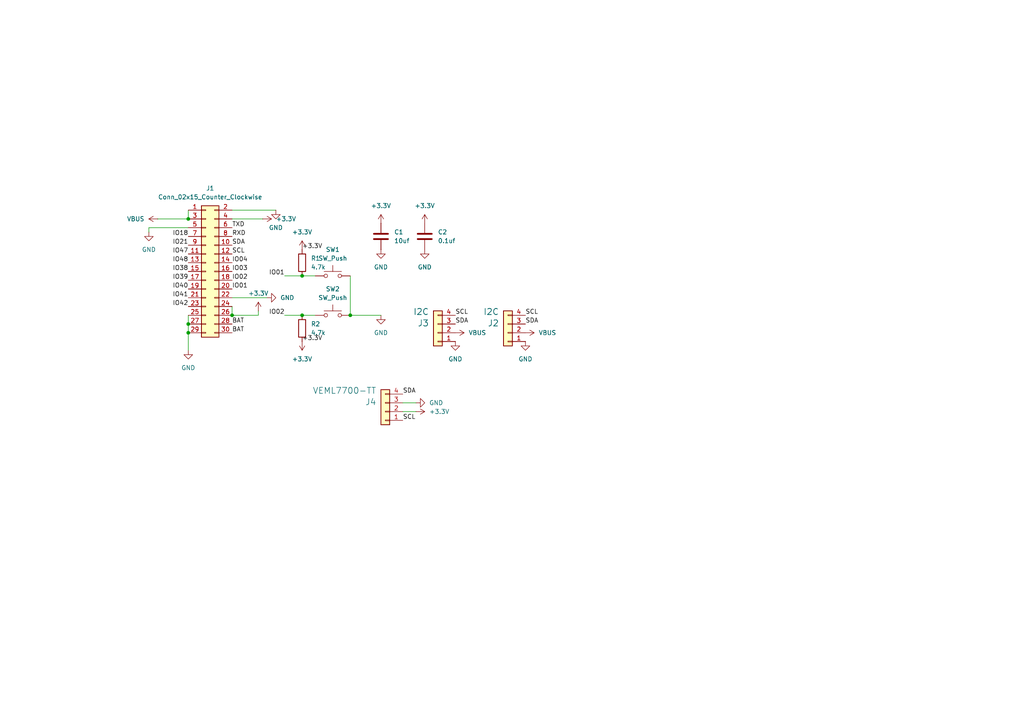
<source format=kicad_sch>
(kicad_sch (version 20231120) (generator "eeschema") (generator_version "8.0")
  (paper "A4")
  (lib_symbols
    (symbol "Connector_Generic:Conn_01x04" (pin_names (offset 1.016) hide)
      (property "Reference" "J" (at 0 5.08 0))
      (property "Value" "Conn_01x04" (at 0 -7.62 0))
      (symbol "Conn_01x04_1_1"
        (rectangle (start -1.27 -4.953) (end 0 -5.207) (stroke (width 0.1524)))
        (rectangle (start -1.27 -2.413) (end 0 -2.667) (stroke (width 0.1524)))
        (rectangle (start -1.27 0.127) (end 0 -0.127) (stroke (width 0.1524)))
        (rectangle (start -1.27 2.667) (end 0 2.413) (stroke (width 0.1524)))
        (rectangle (start -1.27 3.81) (end 1.27 -6.35) (stroke (width 0.254)) (fill (type background)))
        (pin passive line (at -5.08 2.54 0) (length 3.81) (name "Pin_1") (number "1"))
        (pin passive line (at -5.08 0 0) (length 3.81) (name "Pin_2") (number "2"))
        (pin passive line (at -5.08 -2.54 0) (length 3.81) (name "Pin_3") (number "3"))
        (pin passive line (at -5.08 -5.08 0) (length 3.81) (name "Pin_4") (number "4"))
      )
    )
    (symbol "Connector_Generic:Conn_02x15_Odd_Even" (pin_names (offset 1.016) hide)
      (property "Reference" "J" (at 1.27 20.32 0))
      (property "Value" "Conn_02x15_Odd_Even" (at 1.27 -20.32 0))
      (symbol "Conn_02x15_Odd_Even_1_1"
        (rectangle (start -1.27 -17.653) (end 0 -17.907) (stroke (width 0.1524)))
        (rectangle (start -1.27 -15.113) (end 0 -15.367) (stroke (width 0.1524)))
        (rectangle (start -1.27 -12.573) (end 0 -12.827) (stroke (width 0.1524)))
        (rectangle (start -1.27 -10.033) (end 0 -10.287) (stroke (width 0.1524)))
        (rectangle (start -1.27 -7.493) (end 0 -7.747) (stroke (width 0.1524)))
        (rectangle (start -1.27 -4.953) (end 0 -5.207) (stroke (width 0.1524)))
        (rectangle (start -1.27 -2.413) (end 0 -2.667) (stroke (width 0.1524)))
        (rectangle (start -1.27 0.127) (end 0 -0.127) (stroke (width 0.1524)))
        (rectangle (start -1.27 2.667) (end 0 2.413) (stroke (width 0.1524)))
        (rectangle (start -1.27 5.207) (end 0 4.953) (stroke (width 0.1524)))
        (rectangle (start -1.27 7.747) (end 0 7.493) (stroke (width 0.1524)))
        (rectangle (start -1.27 10.287) (end 0 10.033) (stroke (width 0.1524)))
        (rectangle (start -1.27 12.827) (end 0 12.573) (stroke (width 0.1524)))
        (rectangle (start -1.27 15.367) (end 0 15.113) (stroke (width 0.1524)))
        (rectangle (start -1.27 17.907) (end 0 17.653) (stroke (width 0.1524)))
        (rectangle (start -1.27 19.05) (end 3.81 -19.05) (stroke (width 0.254)) (fill (type background)))
        (rectangle (start 3.81 -17.653) (end 2.54 -17.907) (stroke (width 0.1524)))
        (rectangle (start 3.81 -15.113) (end 2.54 -15.367) (stroke (width 0.1524)))
        (rectangle (start 3.81 -12.573) (end 2.54 -12.827) (stroke (width 0.1524)))
        (rectangle (start 3.81 -10.033) (end 2.54 -10.287) (stroke (width 0.1524)))
        (rectangle (start 3.81 -7.493) (end 2.54 -7.747) (stroke (width 0.1524)))
        (rectangle (start 3.81 -4.953) (end 2.54 -5.207) (stroke (width 0.1524)))
        (rectangle (start 3.81 -2.413) (end 2.54 -2.667) (stroke (width 0.1524)))
        (rectangle (start 3.81 0.127) (end 2.54 -0.127) (stroke (width 0.1524)))
        (rectangle (start 3.81 2.667) (end 2.54 2.413) (stroke (width 0.1524)))
        (rectangle (start 3.81 5.207) (end 2.54 4.953) (stroke (width 0.1524)))
        (rectangle (start 3.81 7.747) (end 2.54 7.493) (stroke (width 0.1524)))
        (rectangle (start 3.81 10.287) (end 2.54 10.033) (stroke (width 0.1524)))
        (rectangle (start 3.81 12.827) (end 2.54 12.573) (stroke (width 0.1524)))
        (rectangle (start 3.81 15.367) (end 2.54 15.113) (stroke (width 0.1524)))
        (rectangle (start 3.81 17.907) (end 2.54 17.653) (stroke (width 0.1524)))
        (pin passive line (at -5.08 17.78 0) (length 3.81) (name "Pin_1") (number "1"))
        (pin passive line (at 7.62 7.62 180) (length 3.81) (name "Pin_10") (number "10"))
        (pin passive line (at -5.08 5.08 0) (length 3.81) (name "Pin_11") (number "11"))
        (pin passive line (at 7.62 5.08 180) (length 3.81) (name "Pin_12") (number "12"))
        (pin passive line (at -5.08 2.54 0) (length 3.81) (name "Pin_13") (number "13"))
        (pin passive line (at 7.62 2.54 180) (length 3.81) (name "Pin_14") (number "14"))
        (pin passive line (at -5.08 0 0) (length 3.81) (name "Pin_15") (number "15"))
        (pin passive line (at 7.62 0 180) (length 3.81) (name "Pin_16") (number "16"))
        (pin passive line (at -5.08 -2.54 0) (length 3.81) (name "Pin_17") (number "17"))
        (pin passive line (at 7.62 -2.54 180) (length 3.81) (name "Pin_18") (number "18"))
        (pin passive line (at -5.08 -5.08 0) (length 3.81) (name "Pin_19") (number "19"))
        (pin passive line (at 7.62 17.78 180) (length 3.81) (name "Pin_2") (number "2"))
        (pin passive line (at 7.62 -5.08 180) (length 3.81) (name "Pin_20") (number "20"))
        (pin passive line (at -5.08 -7.62 0) (length 3.81) (name "Pin_21") (number "21"))
        (pin passive line (at 7.62 -7.62 180) (length 3.81) (name "Pin_22") (number "22"))
        (pin passive line (at -5.08 -10.16 0) (length 3.81) (name "Pin_23") (number "23"))
        (pin passive line (at 7.62 -10.16 180) (length 3.81) (name "Pin_24") (number "24"))
        (pin passive line (at -5.08 -12.7 0) (length 3.81) (name "Pin_25") (number "25"))
        (pin passive line (at 7.62 -12.7 180) (length 3.81) (name "Pin_26") (number "26"))
        (pin passive line (at -5.08 -15.24 0) (length 3.81) (name "Pin_27") (number "27"))
        (pin passive line (at 7.62 -15.24 180) (length 3.81) (name "Pin_28") (number "28"))
        (pin passive line (at -5.08 -17.78 0) (length 3.81) (name "Pin_29") (number "29"))
        (pin passive line (at -5.08 15.24 0) (length 3.81) (name "Pin_3") (number "3"))
        (pin passive line (at 7.62 -17.78 180) (length 3.81) (name "Pin_30") (number "30"))
        (pin passive line (at 7.62 15.24 180) (length 3.81) (name "Pin_4") (number "4"))
        (pin passive line (at -5.08 12.7 0) (length 3.81) (name "Pin_5") (number "5"))
        (pin passive line (at 7.62 12.7 180) (length 3.81) (name "Pin_6") (number "6"))
        (pin passive line (at -5.08 10.16 0) (length 3.81) (name "Pin_7") (number "7"))
        (pin passive line (at 7.62 10.16 180) (length 3.81) (name "Pin_8") (number "8"))
        (pin passive line (at -5.08 7.62 0) (length 3.81) (name "Pin_9") (number "9"))
      )
    )
    (symbol "Device:C" (pin_numbers hide) (pin_names (offset 0.254))
      (property "Reference" "C" (at 0.635 2.54 0))
      (property "Value" "C" (at 0.635 -2.54 0))
      (symbol "C_0_1"
        (polyline (pts (xy -2.032 -0.762) (xy 2.032 -0.762)) (stroke (width 0.508)))
        (polyline (pts (xy -2.032 0.762) (xy 2.032 0.762)) (stroke (width 0.508)))
      )
      (symbol "C_1_1"
        (pin passive line (at 0 3.81 270) (length 2.794) (name "~") (number "1"))
        (pin passive line (at 0 -3.81 90) (length 2.794) (name "~") (number "2"))
      )
    )
    (symbol "Device:R" (pin_numbers hide) (pin_names (offset 0))
      (property "Reference" "R" (at 2.032 0 90))
      (property "Value" "R" (at 0 0 90))
      (symbol "R_0_1"
        (rectangle (start -1.016 -2.54) (end 1.016 2.54) (stroke (width 0.254)))
      )
      (symbol "R_1_1"
        (pin passive line (at 0 3.81 270) (length 1.27) (name "~") (number "1"))
        (pin passive line (at 0 -3.81 90) (length 1.27) (name "~") (number "2"))
      )
    )
    (symbol "Switch:SW_Push" (pin_numbers hide) (pin_names (offset 1.016) hide)
      (property "Reference" "SW" (at 1.27 2.54 0))
      (property "Value" "SW_Push" (at 0 -1.524 0))
      (symbol "SW_Push_0_1"
        (circle (center -2.032 0) (radius 0.508))
        (polyline (pts (xy 0 1.27) (xy 0 3.048)))
        (polyline (pts (xy 2.54 1.27) (xy -2.54 1.27)))
        (circle (center 2.032 0) (radius 0.508))
        (pin passive line (at -5.08 0 0) (length 2.54) (name "1") (number "1"))
        (pin passive line (at 5.08 0 180) (length 2.54) (name "2") (number "2"))
      )
    )
    (symbol "power:+3.3V" (power) (pin_numbers hide) (pin_names (offset 0) hide)
      (property "Value" "+3.3V" (at 0 3.556 0))
      (symbol "+3.3V_0_1"
        (polyline (pts (xy -0.762 1.27) (xy 0 2.54)))
        (polyline (pts (xy 0 0) (xy 0 2.54)))
        (polyline (pts (xy 0 2.54) (xy 0.762 1.27)))
      )
      (symbol "+3.3V_1_1"
        (pin power_in line (at 0 0 90) (length 0) (name "~") (number "1"))
      )
    )
    (symbol "power:GND" (power) (pin_numbers hide) (pin_names (offset 0) hide)
      (property "Value" "GND" (at 0 -3.81 0))
      (symbol "GND_0_1"
        (polyline (pts (xy 0 0) (xy 0 -1.27) (xy 1.27 -1.27) (xy 0 -2.54) (xy -1.27 -1.27) (xy 0 -1.27)))
      )
      (symbol "GND_1_1"
        (pin power_in line (at 0 0 270) (length 0) (name "~") (number "1"))
      )
    )
    (symbol "power:VBUS" (power) (pin_numbers hide) (pin_names (offset 0) hide)
      (property "Value" "VBUS" (at 0 3.556 0))
      (symbol "VBUS_0_1"
        (polyline (pts (xy -0.762 1.27) (xy 0 2.54)))
        (polyline (pts (xy 0 0) (xy 0 2.54)))
        (polyline (pts (xy 0 2.54) (xy 0.762 1.27)))
      )
      (symbol "VBUS_1_1"
        (pin power_in line (at 0 0 90) (length 0) (name "~") (number "1"))
      )
    )
  )
  (junction (at 54.61 63.5))
  (junction (at 101.6 91.44))
  (junction (at 54.61 93.98))
  (junction (at 54.61 96.52))
  (junction (at 67.31 91.44))
  (junction (at 87.63 80.01))
  (junction (at 87.63 91.44))
  (wire (pts (xy 54.61 60.96) (xy 54.61 63.5)))
  (wire (pts (xy 116.84 116.84) (xy 120.65 116.84)))
  (wire (pts (xy 87.63 80.01) (xy 91.44 80.01)))
  (wire (pts (xy 82.55 80.01) (xy 87.63 80.01)))
  (wire (pts (xy 67.31 86.36) (xy 77.47 86.36)))
  (wire (pts (xy 67.31 60.96) (xy 80.01 60.96)))
  (wire (pts (xy 82.55 91.44) (xy 87.63 91.44)))
  (wire (pts (xy 43.18 66.04) (xy 43.18 67.31)))
  (wire (pts (xy 67.31 91.44) (xy 74.93 91.44)))
  (wire (pts (xy 54.61 93.98) (xy 54.61 96.52)))
  (wire (pts (xy 101.6 91.44) (xy 110.49 91.44)))
  (wire (pts (xy 54.61 96.52) (xy 54.61 101.6)))
  (wire (pts (xy 101.6 80.01) (xy 101.6 91.44)))
  (wire (pts (xy 54.61 91.44) (xy 54.61 93.98)))
  (wire (pts (xy 54.61 63.5) (xy 45.72 63.5)))
  (wire (pts (xy 67.31 88.9) (xy 67.31 91.44)))
  (wire (pts (xy 87.63 91.44) (xy 91.44 91.44)))
  (wire (pts (xy 74.93 90.17) (xy 74.93 91.44)))
  (wire (pts (xy 116.84 119.38) (xy 120.65 119.38)))
  (wire (pts (xy 67.31 63.5) (xy 76.2 63.5)))
  (wire (pts (xy 54.61 66.04) (xy 43.18 66.04)))
  (label "+3.3V" (at 87.63 72.39 0))
  (label "IO42" (at 54.61 88.9 180))
  (label "TXD" (at 67.31 66.04 0))
  (label "+3.3V" (at 87.63 99.06 0))
  (label "SCL" (at 132.08 91.44 0))
  (label "SCL" (at 152.4 91.44 0))
  (label "SDA" (at 116.84 114.3 0))
  (label "IO18" (at 54.61 68.58 180))
  (label "SCL" (at 116.84 121.92 0))
  (label "BAT" (at 67.31 96.52 0))
  (label "IO48" (at 54.61 76.2 180))
  (label "IO39" (at 54.61 81.28 180))
  (label "SCL" (at 67.31 73.66 0))
  (label "IO03" (at 67.31 78.74 0))
  (label "IO21" (at 54.61 71.12 180))
  (label "IO01" (at 67.31 83.82 0))
  (label "BAT" (at 67.31 93.98 0))
  (label "IO01" (at 82.55 80.01 180))
  (label "IO41" (at 54.61 86.36 180))
  (label "IO02" (at 67.31 81.28 0))
  (label "IO02" (at 82.55 91.44 180))
  (label "RXD" (at 67.31 68.58 0))
  (label "SDA" (at 132.08 93.98 0))
  (label "IO47" (at 54.61 73.66 180))
  (label "SDA" (at 67.31 71.12 0))
  (label "IO38" (at 54.61 78.74 180))
  (label "SDA" (at 152.4 93.98 0))
  (label "IO40" (at 54.61 83.82 180))
  (label "IO04" (at 67.31 76.2 0))
  (symbol (lib_id "Device:R") (at 87.63 95.25 0) (unit 1)
    (property "Reference" "R2" (at 90.17 93.9799 0) (effects (justify left)))
    (property "Value" "4.7k" (at 90.17 96.5199 0) (effects (justify left)))
    (property "Footprint" "Resistor_SMD:R_1206_3216Metric" (effects (hide yes)))
    (property "Description" "Resistor" (effects (hide yes)))
    (property "Mouser Part Number" "CR1206-FX-4701ELF" (effects (hide yes)))
  )
  (symbol (lib_id "Device:C") (at 123.19 68.58 0) (unit 1)
    (property "Reference" "C2" (at 127 67.3099 0) (effects (justify left)))
    (property "Value" "0.1uf" (at 127 69.8499 0) (effects (justify left)))
    (property "Footprint" "Capacitor_SMD:C_0805_2012Metric" (effects (hide yes)))
    (property "Description" "Unpolarized capacitor" (effects (hide yes)))
    (property "Mouser Part Number" "581-08055C104M4T4A" (effects (hide yes)))
  )
  (symbol (lib_id "Device:C") (at 110.49 68.58 0) (unit 1)
    (property "Reference" "C1" (at 114.3 67.3099 0) (effects (justify left)))
    (property "Value" "10uf" (at 114.3 69.8499 0) (effects (justify left)))
    (property "Footprint" "Capacitor_SMD:C_0805_2012Metric" (effects (hide yes)))
    (property "Description" "Unpolarized capacitor" (effects (hide yes)))
    (property "Mouser Part Number" "80-C0805C106K8R" (effects (hide yes)))
  )
  (symbol (lib_id "Switch:SW_Push") (at 96.52 91.44 0) (unit 1)
    (property "Reference" "SW2" (at 96.52 83.82 0))
    (property "Value" "SW_Push" (at 96.52 86.36 0))
    (property "Footprint" "keyswitches:SW_MX" (effects (hide yes)))
    (property "Description" "Push button switch, generic, two pins" (effects (hide yes)))
  )
  (symbol (lib_id "power:GND") (at 54.61 101.6 0) (unit 1)
    (property "Reference" "#PWR08" (effects (hide yes)))
    (property "Value" "GND" (at 54.61 106.68 0))
    (property "Description" "Power symbol creates a global label with name \"GND\" , ground" (effects (hide yes)))
  )
  (symbol (lib_id "power:+3.3V") (at 74.93 90.17 0) (unit 1)
    (property "Reference" "#PWR01" (effects (hide yes)))
    (property "Value" "+3.3V" (at 74.93 85.09 0))
    (property "Description" "Power symbol creates a global label with name \"+3.3V\"" (effects (hide yes)))
  )
  (symbol (lib_id "power:GND") (at 80.01 60.96 0) (unit 1)
    (property "Reference" "#PWR010" (effects (hide yes)))
    (property "Value" "GND" (at 80.01 66.04 0))
    (property "Description" "Power symbol creates a global label with name \"GND\" , ground" (effects (hide yes)))
  )
  (symbol (lib_id "power:GND") (at 110.49 72.39 0) (unit 1)
    (property "Reference" "#PWR017" (effects (hide yes)))
    (property "Value" "GND" (at 110.49 77.47 0))
    (property "Description" "Power symbol creates a global label with name \"GND\" , ground" (effects (hide yes)))
  )
  (symbol (lib_id "Switch:SW_Push") (at 96.52 80.01 0) (unit 1)
    (property "Reference" "SW1" (at 96.52 72.39 0))
    (property "Value" "SW_Push" (at 96.52 74.93 0))
    (property "Footprint" "keyswitches:SW_MX" (effects (hide yes)))
    (property "Description" "Push button switch, generic, two pins" (effects (hide yes)))
  )
  (symbol (lib_id "power:GND") (at 43.18 67.31 0) (unit 1)
    (property "Reference" "#PWR09" (effects (hide yes)))
    (property "Value" "GND" (at 43.18 72.39 0))
    (property "Description" "Power symbol creates a global label with name \"GND\" , ground" (effects (hide yes)))
  )
  (symbol (lib_id "power:+3.3V") (at 110.49 64.77 0) (unit 1)
    (property "Reference" "#PWR015" (effects (hide yes)))
    (property "Value" "+3.3V" (at 110.49 59.69 0))
    (property "Description" "Power symbol creates a global label with name \"+3.3V\"" (effects (hide yes)))
  )
  (symbol (lib_id "Connector_Generic:Conn_02x15_Odd_Even") (at 59.69 78.74 0) (unit 1)
    (property "Reference" "J1" (at 60.96 54.61 0))
    (property "Value" "Conn_02x15_Counter_Clockwise" (at 60.96 57.15 0))
    (property "Footprint" "Connector_PinHeader_1.27mm:PinHeader_2x15_P1.27mm_Vertical" (effects (hide yes)))
    (property "Description" "Generic connector, double row, 02x15, odd/even pin numbering scheme (row 1 odd numbers, row 2 even numbers), script generated (kicad-library-utils/schlib/autogen/connector/)" (effects (hide yes)))
    (property "Mouser Part Number" " M50-3001545" (effects (hide yes)))
  )
  (symbol (lib_id "power:GND") (at 120.65 116.84 90) (unit 1)
    (property "Reference" "#PWR020" (effects (hide yes)))
    (property "Value" "GND" (at 124.46 116.8399 90) (effects (justify right)))
    (property "Description" "Power symbol creates a global label with name \"GND\" , ground" (effects (hide yes)))
  )
  (symbol (lib_id "power:VBUS") (at 45.72 63.5 90) (unit 1)
    (property "Reference" "#PWR014" (effects (hide yes)))
    (property "Value" "VBUS" (at 41.91 63.4999 90) (effects (justify left)))
    (property "Description" "Power symbol creates a global label with name \"VBUS\"" (effects (hide yes)))
  )
  (symbol (lib_id "power:+3.3V") (at 87.63 72.39 0) (unit 1)
    (property "Reference" "#PWR02" (effects (hide yes)))
    (property "Value" "+3.3V" (at 87.63 67.31 0))
    (property "Description" "Power symbol creates a global label with name \"+3.3V\"" (effects (hide yes)))
  )
  (symbol (lib_id "Connector_Generic:Conn_01x04") (at 147.32 96.52 180) (unit 1)
    (property "Reference" "J2" (at 144.78 92.71 0) (effects (font (size 1.778 1.778)) (justify left bottom)))
    (property "Value" "I2C" (at 144.78 91.44 0) (effects (font (size 1.778 1.778)) (justify left top)))
    (property "Footprint" "SnapEDA Library:SPARKFUN_PRT-14417" (effects (hide yes)))
    (property "Mouser Part Number" "485-4328" (effects (hide yes)))
  )
  (symbol (lib_id "power:+3.3V") (at 76.2 63.5 270) (unit 1)
    (property "Reference" "#PWR03" (effects (hide yes)))
    (property "Value" "+3.3V" (at 80.01 63.4999 90) (effects (justify left)))
    (property "Description" "Power symbol creates a global label with name \"+3.3V\"" (effects (hide yes)))
  )
  (symbol (lib_id "Device:R") (at 87.63 76.2 0) (unit 1)
    (property "Reference" "R1" (at 90.17 74.9299 0) (effects (justify left)))
    (property "Value" "4.7k" (at 90.17 77.4699 0) (effects (justify left)))
    (property "Footprint" "Resistor_SMD:R_1206_3216Metric" (effects (hide yes)))
    (property "Description" "Resistor" (effects (hide yes)))
    (property "Mouser Part Number" "CR1206-FX-4701ELF" (effects (hide yes)))
  )
  (symbol (lib_id "Connector_Generic:Conn_01x04") (at 111.76 119.38 180) (unit 1)
    (property "Reference" "J4" (at 109.22 115.57 0) (effects (font (size 1.778 1.778)) (justify left bottom)))
    (property "Value" "VEML7700-TT" (at 109.22 114.3 0) (effects (font (size 1.778 1.778)) (justify left top)))
    (property "Footprint" "SnapEDA Library:XDCR_VEML7700-TT" (effects (hide yes)))
    (property "Mouser Part Number" "78-VEML7700-TT" (effects (hide yes)))
  )
  (symbol (lib_id "power:+3.3V") (at 123.19 64.77 0) (unit 1)
    (property "Reference" "#PWR016" (effects (hide yes)))
    (property "Value" "+3.3V" (at 123.19 59.69 0))
    (property "Description" "Power symbol creates a global label with name \"+3.3V\"" (effects (hide yes)))
  )
  (symbol (lib_id "power:GND") (at 77.47 86.36 90) (unit 1)
    (property "Reference" "#PWR011" (effects (hide yes)))
    (property "Value" "GND" (at 81.28 86.3599 90) (effects (justify right)))
    (property "Description" "Power symbol creates a global label with name \"GND\" , ground" (effects (hide yes)))
  )
  (symbol (lib_id "power:+3.3V") (at 87.63 99.06 180) (unit 1)
    (property "Reference" "#PWR012" (effects (hide yes)))
    (property "Value" "+3.3V" (at 87.63 104.14 0))
    (property "Description" "Power symbol creates a global label with name \"+3.3V\"" (effects (hide yes)))
  )
  (symbol (lib_id "power:GND") (at 132.08 99.06 0) (unit 1)
    (property "Reference" "#PWR06" (effects (hide yes)))
    (property "Value" "GND" (at 132.08 104.14 0))
    (property "Description" "Power symbol creates a global label with name \"GND\" , ground" (effects (hide yes)))
  )
  (symbol (lib_id "power:GND") (at 152.4 99.06 0) (unit 1)
    (property "Reference" "#PWR07" (effects (hide yes)))
    (property "Value" "GND" (at 152.4 104.14 0))
    (property "Description" "Power symbol creates a global label with name \"GND\" , ground" (effects (hide yes)))
  )
  (symbol (lib_id "power:VBUS") (at 132.08 96.52 270) (unit 1)
    (property "Reference" "#PWR04" (effects (hide yes)))
    (property "Value" "VBUS" (at 135.89 96.5199 90) (effects (justify left)))
    (property "Description" "Power symbol creates a global label with name \"VBUS\"" (effects (hide yes)))
  )
  (symbol (lib_id "power:+3.3V") (at 120.65 119.38 270) (unit 1)
    (property "Reference" "#PWR019" (effects (hide yes)))
    (property "Value" "+3.3V" (at 124.46 119.3799 90) (effects (justify left)))
    (property "Description" "Power symbol creates a global label with name \"+3.3V\"" (effects (hide yes)))
  )
  (symbol (lib_id "Connector_Generic:Conn_01x04") (at 127 96.52 180) (unit 1)
    (property "Reference" "J3" (at 124.46 92.71 0) (effects (font (size 1.778 1.778)) (justify left bottom)))
    (property "Value" "I2C" (at 124.46 91.44 0) (effects (font (size 1.778 1.778)) (justify left top)))
    (property "Footprint" "SnapEDA Library:SPARKFUN_PRT-14417" (effects (hide yes)))
    (property "Mouser Part Number" "485-4328" (effects (hide yes)))
  )
  (symbol (lib_id "power:GND") (at 110.49 91.44 0) (unit 1)
    (property "Reference" "#PWR05" (effects (hide yes)))
    (property "Value" "GND" (at 110.49 96.52 0))
    (property "Description" "Power symbol creates a global label with name \"GND\" , ground" (effects (hide yes)))
  )
  (symbol (lib_id "power:VBUS") (at 152.4 96.52 270) (unit 1)
    (property "Reference" "#PWR013" (effects (hide yes)))
    (property "Value" "VBUS" (at 156.21 96.5199 90) (effects (justify left)))
    (property "Description" "Power symbol creates a global label with name \"VBUS\"" (effects (hide yes)))
  )
  (symbol (lib_id "power:GND") (at 123.19 72.39 0) (unit 1)
    (property "Reference" "#PWR018" (effects (hide yes)))
    (property "Value" "GND" (at 123.19 77.47 0))
    (property "Description" "Power symbol creates a global label with name \"GND\" , ground" (effects (hide yes)))
  )
)
</source>
